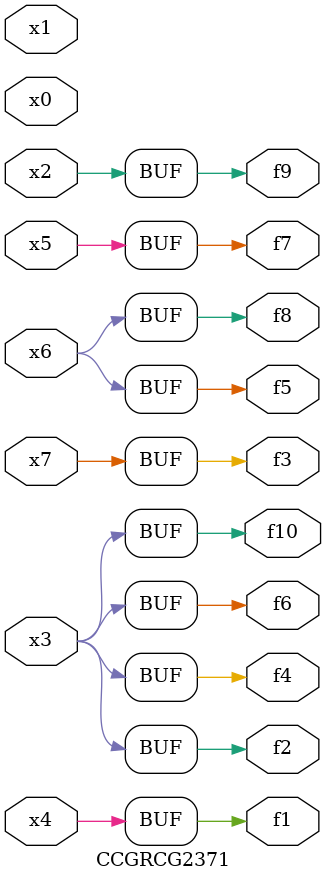
<source format=v>
module CCGRCG2371(
	input x0, x1, x2, x3, x4, x5, x6, x7,
	output f1, f2, f3, f4, f5, f6, f7, f8, f9, f10
);
	assign f1 = x4;
	assign f2 = x3;
	assign f3 = x7;
	assign f4 = x3;
	assign f5 = x6;
	assign f6 = x3;
	assign f7 = x5;
	assign f8 = x6;
	assign f9 = x2;
	assign f10 = x3;
endmodule

</source>
